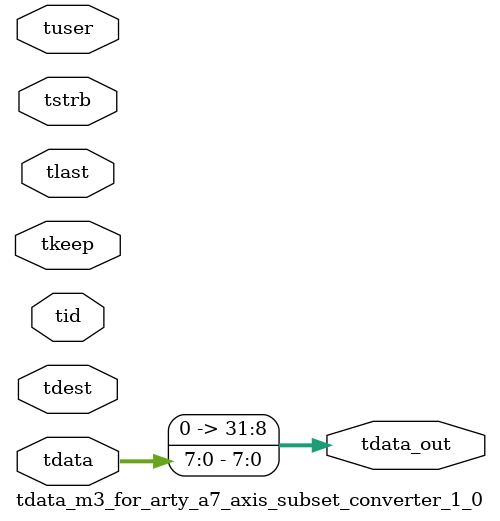
<source format=v>


`timescale 1ps/1ps

module tdata_m3_for_arty_a7_axis_subset_converter_1_0 #
(
parameter C_S_AXIS_TDATA_WIDTH = 32,
parameter C_S_AXIS_TUSER_WIDTH = 0,
parameter C_S_AXIS_TID_WIDTH   = 0,
parameter C_S_AXIS_TDEST_WIDTH = 0,
parameter C_M_AXIS_TDATA_WIDTH = 32
)
(
input  [(C_S_AXIS_TDATA_WIDTH == 0 ? 1 : C_S_AXIS_TDATA_WIDTH)-1:0     ] tdata,
input  [(C_S_AXIS_TUSER_WIDTH == 0 ? 1 : C_S_AXIS_TUSER_WIDTH)-1:0     ] tuser,
input  [(C_S_AXIS_TID_WIDTH   == 0 ? 1 : C_S_AXIS_TID_WIDTH)-1:0       ] tid,
input  [(C_S_AXIS_TDEST_WIDTH == 0 ? 1 : C_S_AXIS_TDEST_WIDTH)-1:0     ] tdest,
input  [(C_S_AXIS_TDATA_WIDTH/8)-1:0 ] tkeep,
input  [(C_S_AXIS_TDATA_WIDTH/8)-1:0 ] tstrb,
input                                                                    tlast,
output [C_M_AXIS_TDATA_WIDTH-1:0] tdata_out
);

assign tdata_out = {tdata[7:0]};

endmodule


</source>
